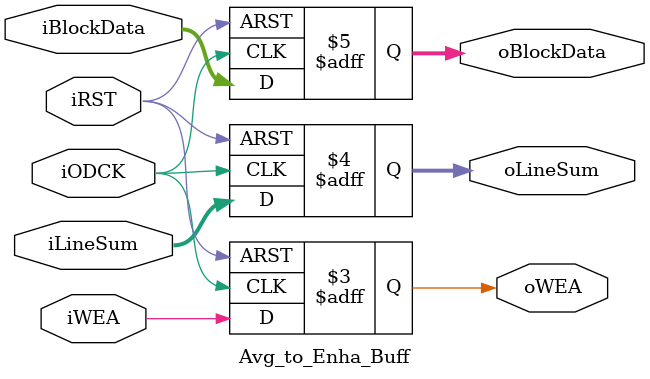
<source format=v>
`timescale 1ns / 1ps
module Avg_to_Enha_Buff(iODCK, iRST, iWEA, iLineSum, iBlockData, oWEA, oLineSum, oBlockData);

input iODCK;
input iRST;
input        iWEA;
input [13:0] iLineSum;
input [ 7:0] iBlockData;

output        oWEA;
output [13:0] oLineSum;
output [ 7:0] oBlockData;

reg        oWEA;
reg [13:0] oLineSum;
reg [ 7:0] oBlockData;

always@(posedge iODCK, negedge iRST)
begin
   if(!iRST)
	begin
      oWEA       <= 0;
      oLineSum   <= 0;
      oBlockData <= 0;
	end
	else
	begin
	   oWEA       <= iWEA;
      oLineSum   <= iLineSum;
      oBlockData <= iBlockData;
   end		
end
endmodule

</source>
